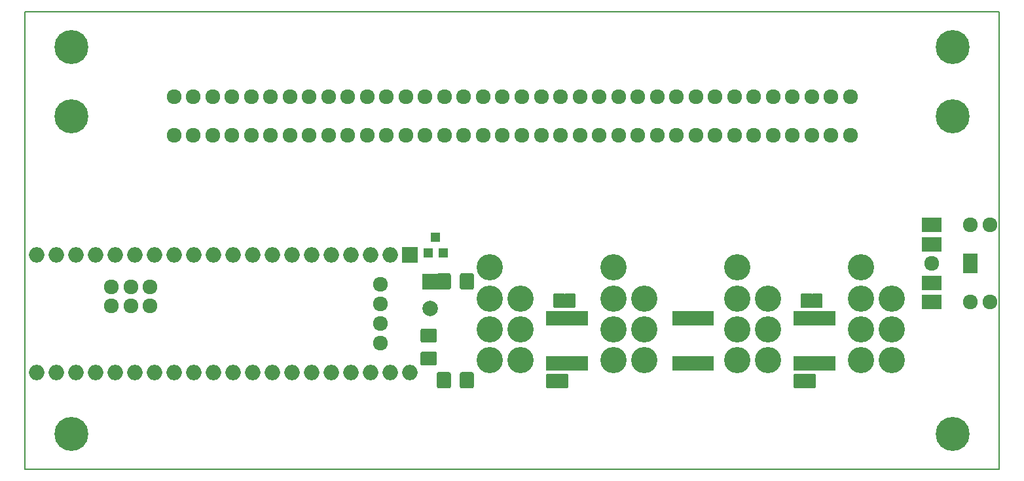
<source format=gbr>
G04 #@! TF.GenerationSoftware,KiCad,Pcbnew,5.1.5+dfsg1-2build2*
G04 #@! TF.CreationDate,2023-04-13T23:09:06-05:00*
G04 #@! TF.ProjectId,NES_backup,4e45535f-6261-4636-9b75-702e6b696361,rev?*
G04 #@! TF.SameCoordinates,Original*
G04 #@! TF.FileFunction,Soldermask,Top*
G04 #@! TF.FilePolarity,Negative*
%FSLAX46Y46*%
G04 Gerber Fmt 4.6, Leading zero omitted, Abs format (unit mm)*
G04 Created by KiCad (PCBNEW 5.1.5+dfsg1-2build2) date 2023-04-13 23:09:06*
%MOMM*%
%LPD*%
G04 APERTURE LIST*
%ADD10C,0.150000*%
%ADD11C,1.924000*%
%ADD12R,2.000000X2.000000*%
%ADD13O,2.000000X2.000000*%
%ADD14R,0.850000X1.900000*%
%ADD15C,0.100000*%
%ADD16C,3.400000*%
%ADD17C,2.000000*%
%ADD18C,4.400000*%
%ADD19R,1.900000X2.600000*%
%ADD20R,2.600000X1.900000*%
%ADD21R,1.200000X1.300000*%
G04 APERTURE END LIST*
D10*
X211500000Y-150700000D02*
X211500000Y-91500000D01*
X85500000Y-150700000D02*
X85500000Y-91500000D01*
X85500000Y-91500000D02*
X211500000Y-91500000D01*
X85500000Y-150700000D02*
X211500000Y-150700000D01*
D11*
X96700000Y-127100000D03*
X99200000Y-127100000D03*
X101700000Y-127100000D03*
D12*
X135300000Y-123000000D03*
D13*
X87040000Y-138240000D03*
X132760000Y-123000000D03*
X89580000Y-138240000D03*
X130220000Y-123000000D03*
X92120000Y-138240000D03*
X127680000Y-123000000D03*
X94660000Y-138240000D03*
X125140000Y-123000000D03*
X97200000Y-138240000D03*
X122600000Y-123000000D03*
X99740000Y-138240000D03*
X120060000Y-123000000D03*
X102280000Y-138240000D03*
X117520000Y-123000000D03*
X104820000Y-138240000D03*
X114980000Y-123000000D03*
X107360000Y-138240000D03*
X112440000Y-123000000D03*
X109900000Y-138240000D03*
X109900000Y-123000000D03*
X112440000Y-138240000D03*
X107360000Y-123000000D03*
X114980000Y-138240000D03*
X104820000Y-123000000D03*
X117520000Y-138240000D03*
X102280000Y-123000000D03*
X120060000Y-138240000D03*
X99740000Y-123000000D03*
X122600000Y-138240000D03*
X97200000Y-123000000D03*
X125140000Y-138240000D03*
X94660000Y-123000000D03*
X127680000Y-138240000D03*
X92120000Y-123000000D03*
X130220000Y-138240000D03*
X89580000Y-123000000D03*
X132760000Y-138240000D03*
X87040000Y-123000000D03*
X135300000Y-138240000D03*
D11*
X131490000Y-134430000D03*
X131490000Y-131890000D03*
X131490000Y-129350000D03*
X131490000Y-126810000D03*
X101700000Y-129600000D03*
X99200000Y-129600000D03*
X96700000Y-129600000D03*
D14*
X153325000Y-137050000D03*
X153975000Y-137050000D03*
X154625000Y-137050000D03*
X155275000Y-137050000D03*
X155925000Y-137050000D03*
X156575000Y-137050000D03*
X157225000Y-137050000D03*
X157875000Y-137050000D03*
X157875000Y-131150000D03*
X157225000Y-131150000D03*
X156575000Y-131150000D03*
X155925000Y-131150000D03*
X155275000Y-131150000D03*
X154625000Y-131150000D03*
X153975000Y-131150000D03*
X153325000Y-131150000D03*
D15*
G36*
X185960982Y-129846157D02*
G01*
X185923463Y-129834776D01*
X185888886Y-129816294D01*
X185858579Y-129791421D01*
X185833706Y-129761114D01*
X185815224Y-129726537D01*
X185803843Y-129689018D01*
X185800000Y-129650000D01*
X185800000Y-128150000D01*
X185803843Y-128110982D01*
X185815224Y-128073463D01*
X185833706Y-128038886D01*
X185858579Y-128008579D01*
X185888886Y-127983706D01*
X185923463Y-127965224D01*
X185960982Y-127953843D01*
X186000000Y-127950000D01*
X187150000Y-127950000D01*
X187189018Y-127953843D01*
X187226537Y-127965224D01*
X187261114Y-127983706D01*
X187291421Y-128008579D01*
X187316294Y-128038886D01*
X187334776Y-128073463D01*
X187346157Y-128110982D01*
X187350000Y-128150000D01*
X187346157Y-128189018D01*
X187334776Y-128226537D01*
X187316410Y-128260940D01*
X186890370Y-128900000D01*
X187316410Y-129539060D01*
X187334856Y-129573657D01*
X187346198Y-129611187D01*
X187350000Y-129650209D01*
X187346116Y-129689223D01*
X187334696Y-129726730D01*
X187316178Y-129761288D01*
X187291273Y-129791569D01*
X187260940Y-129816410D01*
X187226343Y-129834856D01*
X187188813Y-129846198D01*
X187150000Y-129850000D01*
X186000000Y-129850000D01*
X185960982Y-129846157D01*
G37*
G36*
X187410982Y-129846157D02*
G01*
X187373463Y-129834776D01*
X187338886Y-129816294D01*
X187308579Y-129791421D01*
X187283590Y-129760940D01*
X186783590Y-129010940D01*
X186765144Y-128976343D01*
X186753802Y-128938813D01*
X186750000Y-128899791D01*
X186753884Y-128860777D01*
X186765304Y-128823270D01*
X186783590Y-128789060D01*
X187283590Y-128039060D01*
X187308431Y-128008727D01*
X187338712Y-127983822D01*
X187373270Y-127965304D01*
X187410777Y-127953884D01*
X187450000Y-127950000D01*
X188450000Y-127950000D01*
X188489018Y-127953843D01*
X188526537Y-127965224D01*
X188561114Y-127983706D01*
X188591421Y-128008579D01*
X188616294Y-128038886D01*
X188634776Y-128073463D01*
X188646157Y-128110982D01*
X188650000Y-128150000D01*
X188650000Y-129650000D01*
X188646157Y-129689018D01*
X188634776Y-129726537D01*
X188616294Y-129761114D01*
X188591421Y-129791421D01*
X188561114Y-129816294D01*
X188526537Y-129834776D01*
X188489018Y-129846157D01*
X188450000Y-129850000D01*
X187450000Y-129850000D01*
X187410982Y-129846157D01*
G37*
D14*
X185325000Y-131150000D03*
X185975000Y-131150000D03*
X186625000Y-131150000D03*
X187275000Y-131150000D03*
X187925000Y-131150000D03*
X188575000Y-131150000D03*
X189225000Y-131150000D03*
X189875000Y-131150000D03*
X189875000Y-137050000D03*
X189225000Y-137050000D03*
X188575000Y-137050000D03*
X187925000Y-137050000D03*
X187275000Y-137050000D03*
X186625000Y-137050000D03*
X185975000Y-137050000D03*
X185325000Y-137050000D03*
D15*
G36*
X186139018Y-138353843D02*
G01*
X186176537Y-138365224D01*
X186211114Y-138383706D01*
X186241421Y-138408579D01*
X186266410Y-138439060D01*
X186766410Y-139189060D01*
X186784856Y-139223657D01*
X186796198Y-139261187D01*
X186800000Y-139300209D01*
X186796116Y-139339223D01*
X186784696Y-139376730D01*
X186766410Y-139410940D01*
X186266410Y-140160940D01*
X186241569Y-140191273D01*
X186211288Y-140216178D01*
X186176730Y-140234696D01*
X186139223Y-140246116D01*
X186100000Y-140250000D01*
X185100000Y-140250000D01*
X185060982Y-140246157D01*
X185023463Y-140234776D01*
X184988886Y-140216294D01*
X184958579Y-140191421D01*
X184933706Y-140161114D01*
X184915224Y-140126537D01*
X184903843Y-140089018D01*
X184900000Y-140050000D01*
X184900000Y-138550000D01*
X184903843Y-138510982D01*
X184915224Y-138473463D01*
X184933706Y-138438886D01*
X184958579Y-138408579D01*
X184988886Y-138383706D01*
X185023463Y-138365224D01*
X185060982Y-138353843D01*
X185100000Y-138350000D01*
X186100000Y-138350000D01*
X186139018Y-138353843D01*
G37*
G36*
X187589018Y-138353843D02*
G01*
X187626537Y-138365224D01*
X187661114Y-138383706D01*
X187691421Y-138408579D01*
X187716294Y-138438886D01*
X187734776Y-138473463D01*
X187746157Y-138510982D01*
X187750000Y-138550000D01*
X187750000Y-140050000D01*
X187746157Y-140089018D01*
X187734776Y-140126537D01*
X187716294Y-140161114D01*
X187691421Y-140191421D01*
X187661114Y-140216294D01*
X187626537Y-140234776D01*
X187589018Y-140246157D01*
X187550000Y-140250000D01*
X186400000Y-140250000D01*
X186360982Y-140246157D01*
X186323463Y-140234776D01*
X186288886Y-140216294D01*
X186258579Y-140191421D01*
X186233706Y-140161114D01*
X186215224Y-140126537D01*
X186203843Y-140089018D01*
X186200000Y-140050000D01*
X186203843Y-140010982D01*
X186215224Y-139973463D01*
X186233590Y-139939060D01*
X186659630Y-139300000D01*
X186233590Y-138660940D01*
X186215144Y-138626343D01*
X186203802Y-138588813D01*
X186200000Y-138549791D01*
X186203884Y-138510777D01*
X186215304Y-138473270D01*
X186233822Y-138438712D01*
X186258727Y-138408431D01*
X186289060Y-138383590D01*
X186323657Y-138365144D01*
X186361187Y-138353802D01*
X186400000Y-138350000D01*
X187550000Y-138350000D01*
X187589018Y-138353843D01*
G37*
D16*
X145600000Y-132600000D03*
X145600000Y-128600000D03*
X149600000Y-132600000D03*
X149600000Y-128600000D03*
X145600000Y-136600000D03*
X149600000Y-136600000D03*
X145600000Y-124600000D03*
D15*
G36*
X153985982Y-129846157D02*
G01*
X153948463Y-129834776D01*
X153913886Y-129816294D01*
X153883579Y-129791421D01*
X153858706Y-129761114D01*
X153840224Y-129726537D01*
X153828843Y-129689018D01*
X153825000Y-129650000D01*
X153825000Y-128150000D01*
X153828843Y-128110982D01*
X153840224Y-128073463D01*
X153858706Y-128038886D01*
X153883579Y-128008579D01*
X153913886Y-127983706D01*
X153948463Y-127965224D01*
X153985982Y-127953843D01*
X154025000Y-127950000D01*
X155175000Y-127950000D01*
X155214018Y-127953843D01*
X155251537Y-127965224D01*
X155286114Y-127983706D01*
X155316421Y-128008579D01*
X155341294Y-128038886D01*
X155359776Y-128073463D01*
X155371157Y-128110982D01*
X155375000Y-128150000D01*
X155371157Y-128189018D01*
X155359776Y-128226537D01*
X155341410Y-128260940D01*
X154915370Y-128900000D01*
X155341410Y-129539060D01*
X155359856Y-129573657D01*
X155371198Y-129611187D01*
X155375000Y-129650209D01*
X155371116Y-129689223D01*
X155359696Y-129726730D01*
X155341178Y-129761288D01*
X155316273Y-129791569D01*
X155285940Y-129816410D01*
X155251343Y-129834856D01*
X155213813Y-129846198D01*
X155175000Y-129850000D01*
X154025000Y-129850000D01*
X153985982Y-129846157D01*
G37*
G36*
X155435982Y-129846157D02*
G01*
X155398463Y-129834776D01*
X155363886Y-129816294D01*
X155333579Y-129791421D01*
X155308590Y-129760940D01*
X154808590Y-129010940D01*
X154790144Y-128976343D01*
X154778802Y-128938813D01*
X154775000Y-128899791D01*
X154778884Y-128860777D01*
X154790304Y-128823270D01*
X154808590Y-128789060D01*
X155308590Y-128039060D01*
X155333431Y-128008727D01*
X155363712Y-127983822D01*
X155398270Y-127965304D01*
X155435777Y-127953884D01*
X155475000Y-127950000D01*
X156475000Y-127950000D01*
X156514018Y-127953843D01*
X156551537Y-127965224D01*
X156586114Y-127983706D01*
X156616421Y-128008579D01*
X156641294Y-128038886D01*
X156659776Y-128073463D01*
X156671157Y-128110982D01*
X156675000Y-128150000D01*
X156675000Y-129650000D01*
X156671157Y-129689018D01*
X156659776Y-129726537D01*
X156641294Y-129761114D01*
X156616421Y-129791421D01*
X156586114Y-129816294D01*
X156551537Y-129834776D01*
X156514018Y-129846157D01*
X156475000Y-129850000D01*
X155475000Y-129850000D01*
X155435982Y-129846157D01*
G37*
G36*
X154139018Y-138353843D02*
G01*
X154176537Y-138365224D01*
X154211114Y-138383706D01*
X154241421Y-138408579D01*
X154266410Y-138439060D01*
X154766410Y-139189060D01*
X154784856Y-139223657D01*
X154796198Y-139261187D01*
X154800000Y-139300209D01*
X154796116Y-139339223D01*
X154784696Y-139376730D01*
X154766410Y-139410940D01*
X154266410Y-140160940D01*
X154241569Y-140191273D01*
X154211288Y-140216178D01*
X154176730Y-140234696D01*
X154139223Y-140246116D01*
X154100000Y-140250000D01*
X153100000Y-140250000D01*
X153060982Y-140246157D01*
X153023463Y-140234776D01*
X152988886Y-140216294D01*
X152958579Y-140191421D01*
X152933706Y-140161114D01*
X152915224Y-140126537D01*
X152903843Y-140089018D01*
X152900000Y-140050000D01*
X152900000Y-138550000D01*
X152903843Y-138510982D01*
X152915224Y-138473463D01*
X152933706Y-138438886D01*
X152958579Y-138408579D01*
X152988886Y-138383706D01*
X153023463Y-138365224D01*
X153060982Y-138353843D01*
X153100000Y-138350000D01*
X154100000Y-138350000D01*
X154139018Y-138353843D01*
G37*
G36*
X155589018Y-138353843D02*
G01*
X155626537Y-138365224D01*
X155661114Y-138383706D01*
X155691421Y-138408579D01*
X155716294Y-138438886D01*
X155734776Y-138473463D01*
X155746157Y-138510982D01*
X155750000Y-138550000D01*
X155750000Y-140050000D01*
X155746157Y-140089018D01*
X155734776Y-140126537D01*
X155716294Y-140161114D01*
X155691421Y-140191421D01*
X155661114Y-140216294D01*
X155626537Y-140234776D01*
X155589018Y-140246157D01*
X155550000Y-140250000D01*
X154400000Y-140250000D01*
X154360982Y-140246157D01*
X154323463Y-140234776D01*
X154288886Y-140216294D01*
X154258579Y-140191421D01*
X154233706Y-140161114D01*
X154215224Y-140126537D01*
X154203843Y-140089018D01*
X154200000Y-140050000D01*
X154203843Y-140010982D01*
X154215224Y-139973463D01*
X154233590Y-139939060D01*
X154659630Y-139300000D01*
X154233590Y-138660940D01*
X154215144Y-138626343D01*
X154203802Y-138588813D01*
X154200000Y-138549791D01*
X154203884Y-138510777D01*
X154215304Y-138473270D01*
X154233822Y-138438712D01*
X154258727Y-138408431D01*
X154289060Y-138383590D01*
X154323657Y-138365144D01*
X154361187Y-138353802D01*
X154400000Y-138350000D01*
X155550000Y-138350000D01*
X155589018Y-138353843D01*
G37*
D16*
X161600000Y-124600000D03*
X165600000Y-136600000D03*
X161600000Y-136600000D03*
X165600000Y-128600000D03*
X165600000Y-132600000D03*
X161600000Y-128600000D03*
X161600000Y-132600000D03*
D15*
G36*
X138486207Y-135476542D02*
G01*
X138517287Y-135481152D01*
X138547766Y-135488787D01*
X138577350Y-135499372D01*
X138605754Y-135512806D01*
X138632704Y-135528959D01*
X138657942Y-135547677D01*
X138681223Y-135568777D01*
X138702323Y-135592058D01*
X138721041Y-135617296D01*
X138737194Y-135644246D01*
X138750628Y-135672650D01*
X138761213Y-135702234D01*
X138768848Y-135732713D01*
X138773458Y-135763793D01*
X138775000Y-135795176D01*
X138775000Y-136979824D01*
X138773458Y-137011207D01*
X138768848Y-137042287D01*
X138761213Y-137072766D01*
X138750628Y-137102350D01*
X138737194Y-137130754D01*
X138721041Y-137157704D01*
X138702323Y-137182942D01*
X138681223Y-137206223D01*
X138657942Y-137227323D01*
X138632704Y-137246041D01*
X138605754Y-137262194D01*
X138577350Y-137275628D01*
X138547766Y-137286213D01*
X138517287Y-137293848D01*
X138486207Y-137298458D01*
X138454824Y-137300000D01*
X136945176Y-137300000D01*
X136913793Y-137298458D01*
X136882713Y-137293848D01*
X136852234Y-137286213D01*
X136822650Y-137275628D01*
X136794246Y-137262194D01*
X136767296Y-137246041D01*
X136742058Y-137227323D01*
X136718777Y-137206223D01*
X136697677Y-137182942D01*
X136678959Y-137157704D01*
X136662806Y-137130754D01*
X136649372Y-137102350D01*
X136638787Y-137072766D01*
X136631152Y-137042287D01*
X136626542Y-137011207D01*
X136625000Y-136979824D01*
X136625000Y-135795176D01*
X136626542Y-135763793D01*
X136631152Y-135732713D01*
X136638787Y-135702234D01*
X136649372Y-135672650D01*
X136662806Y-135644246D01*
X136678959Y-135617296D01*
X136697677Y-135592058D01*
X136718777Y-135568777D01*
X136742058Y-135547677D01*
X136767296Y-135528959D01*
X136794246Y-135512806D01*
X136822650Y-135499372D01*
X136852234Y-135488787D01*
X136882713Y-135481152D01*
X136913793Y-135476542D01*
X136945176Y-135475000D01*
X138454824Y-135475000D01*
X138486207Y-135476542D01*
G37*
G36*
X138486207Y-132501542D02*
G01*
X138517287Y-132506152D01*
X138547766Y-132513787D01*
X138577350Y-132524372D01*
X138605754Y-132537806D01*
X138632704Y-132553959D01*
X138657942Y-132572677D01*
X138681223Y-132593777D01*
X138702323Y-132617058D01*
X138721041Y-132642296D01*
X138737194Y-132669246D01*
X138750628Y-132697650D01*
X138761213Y-132727234D01*
X138768848Y-132757713D01*
X138773458Y-132788793D01*
X138775000Y-132820176D01*
X138775000Y-134004824D01*
X138773458Y-134036207D01*
X138768848Y-134067287D01*
X138761213Y-134097766D01*
X138750628Y-134127350D01*
X138737194Y-134155754D01*
X138721041Y-134182704D01*
X138702323Y-134207942D01*
X138681223Y-134231223D01*
X138657942Y-134252323D01*
X138632704Y-134271041D01*
X138605754Y-134287194D01*
X138577350Y-134300628D01*
X138547766Y-134311213D01*
X138517287Y-134318848D01*
X138486207Y-134323458D01*
X138454824Y-134325000D01*
X136945176Y-134325000D01*
X136913793Y-134323458D01*
X136882713Y-134318848D01*
X136852234Y-134311213D01*
X136822650Y-134300628D01*
X136794246Y-134287194D01*
X136767296Y-134271041D01*
X136742058Y-134252323D01*
X136718777Y-134231223D01*
X136697677Y-134207942D01*
X136678959Y-134182704D01*
X136662806Y-134155754D01*
X136649372Y-134127350D01*
X136638787Y-134097766D01*
X136631152Y-134067287D01*
X136626542Y-134036207D01*
X136625000Y-134004824D01*
X136625000Y-132820176D01*
X136626542Y-132788793D01*
X136631152Y-132757713D01*
X136638787Y-132727234D01*
X136649372Y-132697650D01*
X136662806Y-132669246D01*
X136678959Y-132642296D01*
X136697677Y-132617058D01*
X136718777Y-132593777D01*
X136742058Y-132572677D01*
X136767296Y-132553959D01*
X136794246Y-132537806D01*
X136822650Y-132524372D01*
X136852234Y-132513787D01*
X136882713Y-132506152D01*
X136913793Y-132501542D01*
X136945176Y-132500000D01*
X138454824Y-132500000D01*
X138486207Y-132501542D01*
G37*
D12*
X137900000Y-126400000D03*
D17*
X137900000Y-129900000D03*
D18*
X91501100Y-105003600D03*
D11*
X192251100Y-107503600D03*
X189751100Y-107503600D03*
X187251100Y-107503600D03*
X184751100Y-107503600D03*
X182251100Y-107503600D03*
X179751100Y-107503600D03*
X177251100Y-107503600D03*
X174751100Y-107503600D03*
X172251100Y-107503600D03*
X169751100Y-107503600D03*
X167251100Y-107503600D03*
X164751100Y-107503600D03*
X162251100Y-107503600D03*
X159751100Y-107503600D03*
X157251100Y-107503600D03*
X154751100Y-107503600D03*
X152251100Y-107503600D03*
X149751100Y-107503600D03*
X147251100Y-107503600D03*
X144751100Y-107503600D03*
X142251100Y-107503600D03*
X139751100Y-107503600D03*
X137251100Y-107503600D03*
X134751100Y-107503600D03*
X132251100Y-107503600D03*
X129751100Y-107503600D03*
X127251100Y-107503600D03*
X124751100Y-107503600D03*
X122251100Y-107503600D03*
X119751100Y-107503600D03*
X117251100Y-107503600D03*
X114751100Y-107503600D03*
X112251100Y-107503600D03*
X109751100Y-107503600D03*
X107251100Y-107503600D03*
X104751100Y-107503600D03*
X192251100Y-102503600D03*
X189751100Y-102503600D03*
X187251100Y-102503600D03*
X184751100Y-102503600D03*
X182251100Y-102503600D03*
X179751100Y-102503600D03*
X177251100Y-102503600D03*
X174751100Y-102503600D03*
X172251100Y-102503600D03*
X169751100Y-102503600D03*
X167251100Y-102503600D03*
X164751100Y-102503600D03*
X162251100Y-102503600D03*
X159751100Y-102503600D03*
X157251100Y-102503600D03*
X154751100Y-102503600D03*
X152251100Y-102503600D03*
X149751100Y-102503600D03*
X147251100Y-102503600D03*
X144751100Y-102503600D03*
X142251100Y-102503600D03*
X139751100Y-102503600D03*
X137251100Y-102503600D03*
X134751100Y-102503600D03*
X132251100Y-102503600D03*
X129751100Y-102503600D03*
X127251100Y-102503600D03*
X124751100Y-102503600D03*
X122251100Y-102503600D03*
X119751100Y-102503600D03*
X117251100Y-102503600D03*
X114751100Y-102503600D03*
X112251100Y-102503600D03*
X109751100Y-102503600D03*
X107251100Y-102503600D03*
X104751100Y-102503600D03*
D18*
X205501100Y-105003600D03*
X205500000Y-96000000D03*
X91500000Y-96000000D03*
X205500000Y-146200000D03*
D11*
X202750000Y-124100000D03*
X207750000Y-119100000D03*
X207750000Y-129100000D03*
X210250000Y-119100000D03*
X210250000Y-129100000D03*
D19*
X207750000Y-124100000D03*
D20*
X202750000Y-121600000D03*
X202750000Y-126600000D03*
X202750000Y-129100000D03*
X202750000Y-119100000D03*
D21*
X137650000Y-122700000D03*
X139550000Y-122700000D03*
X138600000Y-120700000D03*
D18*
X91500000Y-146200000D03*
D16*
X177600000Y-132600000D03*
X177600000Y-128600000D03*
X181600000Y-132600000D03*
X181600000Y-128600000D03*
X177600000Y-136600000D03*
X181600000Y-136600000D03*
X177600000Y-124600000D03*
X193600000Y-124600000D03*
X197600000Y-136600000D03*
X193600000Y-136600000D03*
X197600000Y-128600000D03*
X197600000Y-132600000D03*
X193600000Y-128600000D03*
X193600000Y-132600000D03*
D15*
G36*
X143273707Y-125326542D02*
G01*
X143304787Y-125331152D01*
X143335266Y-125338787D01*
X143364850Y-125349372D01*
X143393254Y-125362806D01*
X143420204Y-125378959D01*
X143445442Y-125397677D01*
X143468723Y-125418777D01*
X143489823Y-125442058D01*
X143508541Y-125467296D01*
X143524694Y-125494246D01*
X143538128Y-125522650D01*
X143548713Y-125552234D01*
X143556348Y-125582713D01*
X143560958Y-125613793D01*
X143562500Y-125645176D01*
X143562500Y-127154824D01*
X143560958Y-127186207D01*
X143556348Y-127217287D01*
X143548713Y-127247766D01*
X143538128Y-127277350D01*
X143524694Y-127305754D01*
X143508541Y-127332704D01*
X143489823Y-127357942D01*
X143468723Y-127381223D01*
X143445442Y-127402323D01*
X143420204Y-127421041D01*
X143393254Y-127437194D01*
X143364850Y-127450628D01*
X143335266Y-127461213D01*
X143304787Y-127468848D01*
X143273707Y-127473458D01*
X143242324Y-127475000D01*
X142057676Y-127475000D01*
X142026293Y-127473458D01*
X141995213Y-127468848D01*
X141964734Y-127461213D01*
X141935150Y-127450628D01*
X141906746Y-127437194D01*
X141879796Y-127421041D01*
X141854558Y-127402323D01*
X141831277Y-127381223D01*
X141810177Y-127357942D01*
X141791459Y-127332704D01*
X141775306Y-127305754D01*
X141761872Y-127277350D01*
X141751287Y-127247766D01*
X141743652Y-127217287D01*
X141739042Y-127186207D01*
X141737500Y-127154824D01*
X141737500Y-125645176D01*
X141739042Y-125613793D01*
X141743652Y-125582713D01*
X141751287Y-125552234D01*
X141761872Y-125522650D01*
X141775306Y-125494246D01*
X141791459Y-125467296D01*
X141810177Y-125442058D01*
X141831277Y-125418777D01*
X141854558Y-125397677D01*
X141879796Y-125378959D01*
X141906746Y-125362806D01*
X141935150Y-125349372D01*
X141964734Y-125338787D01*
X141995213Y-125331152D01*
X142026293Y-125326542D01*
X142057676Y-125325000D01*
X143242324Y-125325000D01*
X143273707Y-125326542D01*
G37*
G36*
X140298707Y-125326542D02*
G01*
X140329787Y-125331152D01*
X140360266Y-125338787D01*
X140389850Y-125349372D01*
X140418254Y-125362806D01*
X140445204Y-125378959D01*
X140470442Y-125397677D01*
X140493723Y-125418777D01*
X140514823Y-125442058D01*
X140533541Y-125467296D01*
X140549694Y-125494246D01*
X140563128Y-125522650D01*
X140573713Y-125552234D01*
X140581348Y-125582713D01*
X140585958Y-125613793D01*
X140587500Y-125645176D01*
X140587500Y-127154824D01*
X140585958Y-127186207D01*
X140581348Y-127217287D01*
X140573713Y-127247766D01*
X140563128Y-127277350D01*
X140549694Y-127305754D01*
X140533541Y-127332704D01*
X140514823Y-127357942D01*
X140493723Y-127381223D01*
X140470442Y-127402323D01*
X140445204Y-127421041D01*
X140418254Y-127437194D01*
X140389850Y-127450628D01*
X140360266Y-127461213D01*
X140329787Y-127468848D01*
X140298707Y-127473458D01*
X140267324Y-127475000D01*
X139082676Y-127475000D01*
X139051293Y-127473458D01*
X139020213Y-127468848D01*
X138989734Y-127461213D01*
X138960150Y-127450628D01*
X138931746Y-127437194D01*
X138904796Y-127421041D01*
X138879558Y-127402323D01*
X138856277Y-127381223D01*
X138835177Y-127357942D01*
X138816459Y-127332704D01*
X138800306Y-127305754D01*
X138786872Y-127277350D01*
X138776287Y-127247766D01*
X138768652Y-127217287D01*
X138764042Y-127186207D01*
X138762500Y-127154824D01*
X138762500Y-125645176D01*
X138764042Y-125613793D01*
X138768652Y-125582713D01*
X138776287Y-125552234D01*
X138786872Y-125522650D01*
X138800306Y-125494246D01*
X138816459Y-125467296D01*
X138835177Y-125442058D01*
X138856277Y-125418777D01*
X138879558Y-125397677D01*
X138904796Y-125378959D01*
X138931746Y-125362806D01*
X138960150Y-125349372D01*
X138989734Y-125338787D01*
X139020213Y-125331152D01*
X139051293Y-125326542D01*
X139082676Y-125325000D01*
X140267324Y-125325000D01*
X140298707Y-125326542D01*
G37*
G36*
X140286207Y-138126542D02*
G01*
X140317287Y-138131152D01*
X140347766Y-138138787D01*
X140377350Y-138149372D01*
X140405754Y-138162806D01*
X140432704Y-138178959D01*
X140457942Y-138197677D01*
X140481223Y-138218777D01*
X140502323Y-138242058D01*
X140521041Y-138267296D01*
X140537194Y-138294246D01*
X140550628Y-138322650D01*
X140561213Y-138352234D01*
X140568848Y-138382713D01*
X140573458Y-138413793D01*
X140575000Y-138445176D01*
X140575000Y-139954824D01*
X140573458Y-139986207D01*
X140568848Y-140017287D01*
X140561213Y-140047766D01*
X140550628Y-140077350D01*
X140537194Y-140105754D01*
X140521041Y-140132704D01*
X140502323Y-140157942D01*
X140481223Y-140181223D01*
X140457942Y-140202323D01*
X140432704Y-140221041D01*
X140405754Y-140237194D01*
X140377350Y-140250628D01*
X140347766Y-140261213D01*
X140317287Y-140268848D01*
X140286207Y-140273458D01*
X140254824Y-140275000D01*
X139070176Y-140275000D01*
X139038793Y-140273458D01*
X139007713Y-140268848D01*
X138977234Y-140261213D01*
X138947650Y-140250628D01*
X138919246Y-140237194D01*
X138892296Y-140221041D01*
X138867058Y-140202323D01*
X138843777Y-140181223D01*
X138822677Y-140157942D01*
X138803959Y-140132704D01*
X138787806Y-140105754D01*
X138774372Y-140077350D01*
X138763787Y-140047766D01*
X138756152Y-140017287D01*
X138751542Y-139986207D01*
X138750000Y-139954824D01*
X138750000Y-138445176D01*
X138751542Y-138413793D01*
X138756152Y-138382713D01*
X138763787Y-138352234D01*
X138774372Y-138322650D01*
X138787806Y-138294246D01*
X138803959Y-138267296D01*
X138822677Y-138242058D01*
X138843777Y-138218777D01*
X138867058Y-138197677D01*
X138892296Y-138178959D01*
X138919246Y-138162806D01*
X138947650Y-138149372D01*
X138977234Y-138138787D01*
X139007713Y-138131152D01*
X139038793Y-138126542D01*
X139070176Y-138125000D01*
X140254824Y-138125000D01*
X140286207Y-138126542D01*
G37*
G36*
X143261207Y-138126542D02*
G01*
X143292287Y-138131152D01*
X143322766Y-138138787D01*
X143352350Y-138149372D01*
X143380754Y-138162806D01*
X143407704Y-138178959D01*
X143432942Y-138197677D01*
X143456223Y-138218777D01*
X143477323Y-138242058D01*
X143496041Y-138267296D01*
X143512194Y-138294246D01*
X143525628Y-138322650D01*
X143536213Y-138352234D01*
X143543848Y-138382713D01*
X143548458Y-138413793D01*
X143550000Y-138445176D01*
X143550000Y-139954824D01*
X143548458Y-139986207D01*
X143543848Y-140017287D01*
X143536213Y-140047766D01*
X143525628Y-140077350D01*
X143512194Y-140105754D01*
X143496041Y-140132704D01*
X143477323Y-140157942D01*
X143456223Y-140181223D01*
X143432942Y-140202323D01*
X143407704Y-140221041D01*
X143380754Y-140237194D01*
X143352350Y-140250628D01*
X143322766Y-140261213D01*
X143292287Y-140268848D01*
X143261207Y-140273458D01*
X143229824Y-140275000D01*
X142045176Y-140275000D01*
X142013793Y-140273458D01*
X141982713Y-140268848D01*
X141952234Y-140261213D01*
X141922650Y-140250628D01*
X141894246Y-140237194D01*
X141867296Y-140221041D01*
X141842058Y-140202323D01*
X141818777Y-140181223D01*
X141797677Y-140157942D01*
X141778959Y-140132704D01*
X141762806Y-140105754D01*
X141749372Y-140077350D01*
X141738787Y-140047766D01*
X141731152Y-140017287D01*
X141726542Y-139986207D01*
X141725000Y-139954824D01*
X141725000Y-138445176D01*
X141726542Y-138413793D01*
X141731152Y-138382713D01*
X141738787Y-138352234D01*
X141749372Y-138322650D01*
X141762806Y-138294246D01*
X141778959Y-138267296D01*
X141797677Y-138242058D01*
X141818777Y-138218777D01*
X141842058Y-138197677D01*
X141867296Y-138178959D01*
X141894246Y-138162806D01*
X141922650Y-138149372D01*
X141952234Y-138138787D01*
X141982713Y-138131152D01*
X142013793Y-138126542D01*
X142045176Y-138125000D01*
X143229824Y-138125000D01*
X143261207Y-138126542D01*
G37*
D14*
X169625000Y-137050000D03*
X170275000Y-137050000D03*
X170925000Y-137050000D03*
X171575000Y-137050000D03*
X172225000Y-137050000D03*
X172875000Y-137050000D03*
X173525000Y-137050000D03*
X174175000Y-137050000D03*
X174175000Y-131150000D03*
X173525000Y-131150000D03*
X172875000Y-131150000D03*
X172225000Y-131150000D03*
X171575000Y-131150000D03*
X170925000Y-131150000D03*
X170275000Y-131150000D03*
X169625000Y-131150000D03*
M02*

</source>
